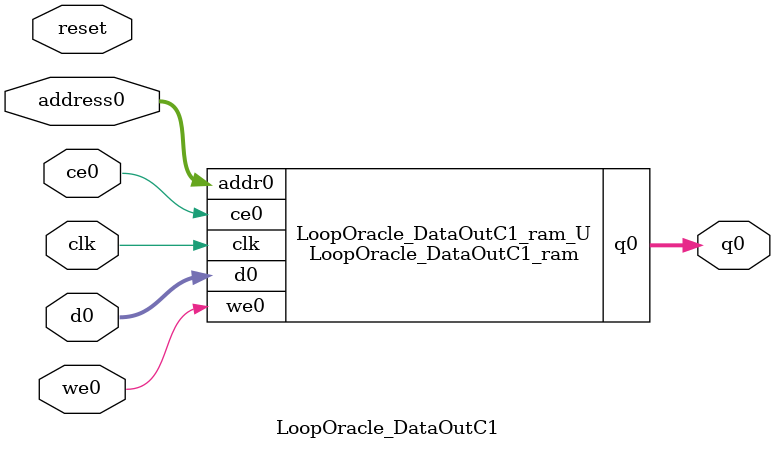
<source format=v>
`timescale 1 ns / 1 ps
module LoopOracle_DataOutC1_ram (addr0, ce0, d0, we0, q0,  clk);

parameter DWIDTH = 32;
parameter AWIDTH = 16;
parameter MEM_SIZE = 38250;

input[AWIDTH-1:0] addr0;
input ce0;
input[DWIDTH-1:0] d0;
input we0;
output reg[DWIDTH-1:0] q0;
input clk;

(* ram_style = "block" *)reg [DWIDTH-1:0] ram[0:MEM_SIZE-1];




always @(posedge clk)  
begin 
    if (ce0) 
    begin
        if (we0) 
        begin 
            ram[addr0] <= d0; 
        end 
        q0 <= ram[addr0];
    end
end


endmodule

`timescale 1 ns / 1 ps
module LoopOracle_DataOutC1(
    reset,
    clk,
    address0,
    ce0,
    we0,
    d0,
    q0);

parameter DataWidth = 32'd32;
parameter AddressRange = 32'd38250;
parameter AddressWidth = 32'd16;
input reset;
input clk;
input[AddressWidth - 1:0] address0;
input ce0;
input we0;
input[DataWidth - 1:0] d0;
output[DataWidth - 1:0] q0;



LoopOracle_DataOutC1_ram LoopOracle_DataOutC1_ram_U(
    .clk( clk ),
    .addr0( address0 ),
    .ce0( ce0 ),
    .we0( we0 ),
    .d0( d0 ),
    .q0( q0 ));

endmodule


</source>
